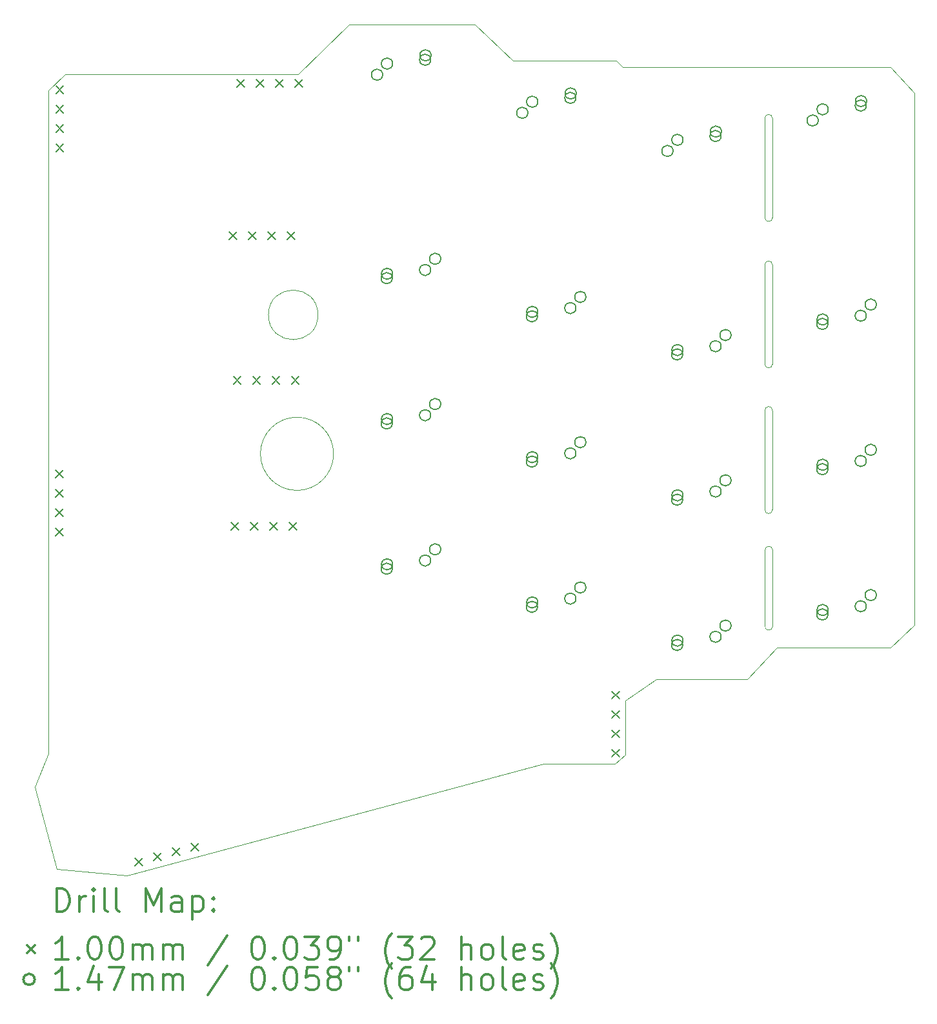
<source format=gbr>
%FSLAX45Y45*%
G04 Gerber Fmt 4.5, Leading zero omitted, Abs format (unit mm)*
G04 Created by KiCad (PCBNEW (5.1.4)-1) date 2023-05-19 08:48:04*
%MOMM*%
%LPD*%
G04 APERTURE LIST*
%ADD10C,0.050000*%
%ADD11C,0.200000*%
%ADD12C,0.300000*%
G04 APERTURE END LIST*
D10*
X24648000Y-50298000D02*
X24648000Y-51600000D01*
X24648000Y-51600000D02*
G75*
G02X24548000Y-51600000I-50000J0D01*
G01*
X24548000Y-50298000D02*
G75*
G02X24648000Y-50298000I50000J0D01*
G01*
X24548000Y-50298000D02*
X24548000Y-51600000D01*
X24648000Y-52218000D02*
X24648000Y-53520000D01*
X24648000Y-53520000D02*
G75*
G02X24548000Y-53520000I-50000J0D01*
G01*
X24548000Y-52218000D02*
G75*
G02X24648000Y-52218000I50000J0D01*
G01*
X24548000Y-52218000D02*
X24548000Y-53520000D01*
X24648000Y-54128000D02*
X24648000Y-55430000D01*
X24548000Y-54128000D02*
G75*
G02X24648000Y-54128000I50000J0D01*
G01*
X24648000Y-55430000D02*
G75*
G02X24548000Y-55430000I-50000J0D01*
G01*
X24548000Y-54128000D02*
X24548000Y-55430000D01*
X24550000Y-55960000D02*
G75*
G02X24650000Y-55960000I50000J0D01*
G01*
X24650000Y-56960000D02*
G75*
G02X24550000Y-56960000I-50000J0D01*
G01*
X24650000Y-55960000D02*
X24650000Y-56960000D01*
X24550000Y-55960000D02*
X24550000Y-56960000D01*
X15150249Y-58623435D02*
X15152190Y-49930639D01*
X26511202Y-49966032D02*
X26511202Y-56941032D01*
X22721202Y-57931032D02*
X23121202Y-57656032D01*
X24731202Y-57241032D02*
X24911202Y-57241032D01*
X22861202Y-49626032D02*
X22681202Y-49626032D01*
X18890000Y-54697000D02*
G75*
G03X18890000Y-54697000I-480000J0D01*
G01*
X18685000Y-52875000D02*
G75*
G03X18685000Y-52875000I-325000J0D01*
G01*
X21641203Y-58761032D02*
X16180391Y-60230918D01*
X22721202Y-58641032D02*
X22721202Y-57931032D01*
X19091203Y-49066032D02*
X18421203Y-49716032D01*
X24316202Y-57656032D02*
X23121202Y-57656032D01*
X21241203Y-49541032D02*
X20746203Y-49066032D01*
X22596202Y-49541032D02*
X22681202Y-49626032D01*
X26201202Y-49626032D02*
X26511202Y-49966032D01*
X24911202Y-57241032D02*
X26201202Y-57241032D01*
X19091203Y-49066032D02*
X20746203Y-49066032D01*
X26201202Y-49626032D02*
X22861202Y-49626032D01*
X21661203Y-58761032D02*
X22581202Y-58761032D01*
X24316202Y-57656032D02*
X24711202Y-57241032D01*
X21661203Y-58761032D02*
X21641203Y-58761032D01*
X22721202Y-58641032D02*
X22581202Y-58761032D01*
X21241203Y-49541032D02*
X22596202Y-49541032D01*
X18421203Y-49716032D02*
X15371203Y-49716032D01*
X26511202Y-56941032D02*
X26201202Y-57241032D01*
X15152190Y-49930639D02*
X15371203Y-49716032D01*
X24731202Y-57241032D02*
X24711202Y-57241032D01*
X15258251Y-60144663D02*
X16180391Y-60230918D01*
X15150249Y-58623435D02*
X14970438Y-59068483D01*
X15258251Y-60144663D02*
X14970438Y-59068483D01*
D11*
X17621203Y-49786032D02*
X17721203Y-49886032D01*
X17721203Y-49786032D02*
X17621203Y-49886032D01*
X17875203Y-49786032D02*
X17975203Y-49886032D01*
X17975203Y-49786032D02*
X17875203Y-49886032D01*
X18129203Y-49786032D02*
X18229203Y-49886032D01*
X18229203Y-49786032D02*
X18129203Y-49886032D01*
X18383203Y-49786032D02*
X18483203Y-49886032D01*
X18483203Y-49786032D02*
X18383203Y-49886032D01*
X15241202Y-54911028D02*
X15341202Y-55011028D01*
X15341202Y-54911028D02*
X15241202Y-55011028D01*
X15241202Y-55165028D02*
X15341202Y-55265028D01*
X15341202Y-55165028D02*
X15241202Y-55265028D01*
X15241202Y-55419028D02*
X15341202Y-55519028D01*
X15341202Y-55419028D02*
X15241202Y-55519028D01*
X15241202Y-55673028D02*
X15341202Y-55773028D01*
X15341202Y-55673028D02*
X15241202Y-55773028D01*
X15245873Y-49876079D02*
X15345873Y-49976079D01*
X15345873Y-49876079D02*
X15245873Y-49976079D01*
X15245873Y-50130079D02*
X15345873Y-50230079D01*
X15345873Y-50130079D02*
X15245873Y-50230079D01*
X15245873Y-50384079D02*
X15345873Y-50484079D01*
X15345873Y-50384079D02*
X15245873Y-50484079D01*
X15245873Y-50638079D02*
X15345873Y-50738079D01*
X15345873Y-50638079D02*
X15245873Y-50738079D01*
X17543672Y-55595785D02*
X17643672Y-55695785D01*
X17643672Y-55595785D02*
X17543672Y-55695785D01*
X17797672Y-55595785D02*
X17897672Y-55695785D01*
X17897672Y-55595785D02*
X17797672Y-55695785D01*
X18051672Y-55595785D02*
X18151672Y-55695785D01*
X18151672Y-55595785D02*
X18051672Y-55695785D01*
X18305672Y-55595785D02*
X18405672Y-55695785D01*
X18405672Y-55595785D02*
X18305672Y-55695785D01*
X22541202Y-57811032D02*
X22641202Y-57911032D01*
X22641202Y-57811032D02*
X22541202Y-57911032D01*
X22541202Y-58065032D02*
X22641202Y-58165032D01*
X22641202Y-58065032D02*
X22541202Y-58165032D01*
X22541202Y-58319032D02*
X22641202Y-58419032D01*
X22641202Y-58319032D02*
X22541202Y-58419032D01*
X22541202Y-58573032D02*
X22641202Y-58673032D01*
X22641202Y-58573032D02*
X22541202Y-58673032D01*
X17521203Y-51786032D02*
X17621203Y-51886032D01*
X17621203Y-51786032D02*
X17521203Y-51886032D01*
X17775203Y-51786032D02*
X17875203Y-51886032D01*
X17875203Y-51786032D02*
X17775203Y-51886032D01*
X18029203Y-51786032D02*
X18129203Y-51886032D01*
X18129203Y-51786032D02*
X18029203Y-51886032D01*
X18283203Y-51786032D02*
X18383203Y-51886032D01*
X18383203Y-51786032D02*
X18283203Y-51886032D01*
X17573901Y-53684201D02*
X17673901Y-53784201D01*
X17673901Y-53684201D02*
X17573901Y-53784201D01*
X17827901Y-53684201D02*
X17927901Y-53784201D01*
X17927901Y-53684201D02*
X17827901Y-53784201D01*
X18081901Y-53684201D02*
X18181901Y-53784201D01*
X18181901Y-53684201D02*
X18081901Y-53784201D01*
X18335901Y-53684201D02*
X18435901Y-53784201D01*
X18435901Y-53684201D02*
X18335901Y-53784201D01*
X16285167Y-59998252D02*
X16385167Y-60098252D01*
X16385167Y-59998252D02*
X16285167Y-60098252D01*
X16530512Y-59932512D02*
X16630512Y-60032512D01*
X16630512Y-59932512D02*
X16530512Y-60032512D01*
X16775857Y-59866772D02*
X16875857Y-59966772D01*
X16875857Y-59866772D02*
X16775857Y-59966772D01*
X17021203Y-59801032D02*
X17121203Y-59901032D01*
X17121203Y-59801032D02*
X17021203Y-59901032D01*
X25375702Y-56804032D02*
G75*
G03X25375702Y-56804032I-73500J0D01*
G01*
X25379702Y-56746032D02*
G75*
G03X25379702Y-56746032I-73500J0D01*
G01*
X25879702Y-56696032D02*
G75*
G03X25879702Y-56696032I-73500J0D01*
G01*
X26010702Y-56550032D02*
G75*
G03X26010702Y-56550032I-73500J0D01*
G01*
X23470702Y-53394032D02*
G75*
G03X23470702Y-53394032I-73500J0D01*
G01*
X23474702Y-53336032D02*
G75*
G03X23474702Y-53336032I-73500J0D01*
G01*
X23974702Y-53286032D02*
G75*
G03X23974702Y-53286032I-73500J0D01*
G01*
X24105702Y-53140032D02*
G75*
G03X24105702Y-53140032I-73500J0D01*
G01*
X25375702Y-54899032D02*
G75*
G03X25375702Y-54899032I-73500J0D01*
G01*
X25379702Y-54841032D02*
G75*
G03X25379702Y-54841032I-73500J0D01*
G01*
X25879702Y-54791032D02*
G75*
G03X25879702Y-54791032I-73500J0D01*
G01*
X26010702Y-54645032D02*
G75*
G03X26010702Y-54645032I-73500J0D01*
G01*
X19660703Y-52394032D02*
G75*
G03X19660703Y-52394032I-73500J0D01*
G01*
X19664703Y-52336032D02*
G75*
G03X19664703Y-52336032I-73500J0D01*
G01*
X20164703Y-52286032D02*
G75*
G03X20164703Y-52286032I-73500J0D01*
G01*
X20295703Y-52140032D02*
G75*
G03X20295703Y-52140032I-73500J0D01*
G01*
X19533703Y-49726000D02*
G75*
G03X19533703Y-49726000I-73500J0D01*
G01*
X19664703Y-49580000D02*
G75*
G03X19664703Y-49580000I-73500J0D01*
G01*
X20164703Y-49530000D02*
G75*
G03X20164703Y-49530000I-73500J0D01*
G01*
X20168703Y-49472000D02*
G75*
G03X20168703Y-49472000I-73500J0D01*
G01*
X23343702Y-50726000D02*
G75*
G03X23343702Y-50726000I-73500J0D01*
G01*
X23474702Y-50580000D02*
G75*
G03X23474702Y-50580000I-73500J0D01*
G01*
X23974702Y-50530000D02*
G75*
G03X23974702Y-50530000I-73500J0D01*
G01*
X23978702Y-50472000D02*
G75*
G03X23978702Y-50472000I-73500J0D01*
G01*
X25375702Y-52994032D02*
G75*
G03X25375702Y-52994032I-73500J0D01*
G01*
X25379702Y-52936032D02*
G75*
G03X25379702Y-52936032I-73500J0D01*
G01*
X25879702Y-52886032D02*
G75*
G03X25879702Y-52886032I-73500J0D01*
G01*
X26010702Y-52740032D02*
G75*
G03X26010702Y-52740032I-73500J0D01*
G01*
X21565703Y-56704032D02*
G75*
G03X21565703Y-56704032I-73500J0D01*
G01*
X21569703Y-56646032D02*
G75*
G03X21569703Y-56646032I-73500J0D01*
G01*
X22069703Y-56596032D02*
G75*
G03X22069703Y-56596032I-73500J0D01*
G01*
X22200703Y-56450032D02*
G75*
G03X22200703Y-56450032I-73500J0D01*
G01*
X25248702Y-50326000D02*
G75*
G03X25248702Y-50326000I-73500J0D01*
G01*
X25379702Y-50180000D02*
G75*
G03X25379702Y-50180000I-73500J0D01*
G01*
X25879702Y-50130000D02*
G75*
G03X25879702Y-50130000I-73500J0D01*
G01*
X25883702Y-50072000D02*
G75*
G03X25883702Y-50072000I-73500J0D01*
G01*
X19660703Y-56204032D02*
G75*
G03X19660703Y-56204032I-73500J0D01*
G01*
X19664703Y-56146032D02*
G75*
G03X19664703Y-56146032I-73500J0D01*
G01*
X20164703Y-56096032D02*
G75*
G03X20164703Y-56096032I-73500J0D01*
G01*
X20295703Y-55950032D02*
G75*
G03X20295703Y-55950032I-73500J0D01*
G01*
X21565703Y-54799032D02*
G75*
G03X21565703Y-54799032I-73500J0D01*
G01*
X21569703Y-54741032D02*
G75*
G03X21569703Y-54741032I-73500J0D01*
G01*
X22069703Y-54691032D02*
G75*
G03X22069703Y-54691032I-73500J0D01*
G01*
X22200703Y-54545032D02*
G75*
G03X22200703Y-54545032I-73500J0D01*
G01*
X23470703Y-55299032D02*
G75*
G03X23470703Y-55299032I-73500J0D01*
G01*
X23474703Y-55241032D02*
G75*
G03X23474703Y-55241032I-73500J0D01*
G01*
X23974703Y-55191032D02*
G75*
G03X23974703Y-55191032I-73500J0D01*
G01*
X24105703Y-55045032D02*
G75*
G03X24105703Y-55045032I-73500J0D01*
G01*
X21438703Y-50226000D02*
G75*
G03X21438703Y-50226000I-73500J0D01*
G01*
X21569703Y-50080000D02*
G75*
G03X21569703Y-50080000I-73500J0D01*
G01*
X22069703Y-50030000D02*
G75*
G03X22069703Y-50030000I-73500J0D01*
G01*
X22073703Y-49972000D02*
G75*
G03X22073703Y-49972000I-73500J0D01*
G01*
X21565703Y-52894032D02*
G75*
G03X21565703Y-52894032I-73500J0D01*
G01*
X21569703Y-52836032D02*
G75*
G03X21569703Y-52836032I-73500J0D01*
G01*
X22069703Y-52786032D02*
G75*
G03X22069703Y-52786032I-73500J0D01*
G01*
X22200703Y-52640032D02*
G75*
G03X22200703Y-52640032I-73500J0D01*
G01*
X19660703Y-54299032D02*
G75*
G03X19660703Y-54299032I-73500J0D01*
G01*
X19664703Y-54241032D02*
G75*
G03X19664703Y-54241032I-73500J0D01*
G01*
X20164703Y-54191032D02*
G75*
G03X20164703Y-54191032I-73500J0D01*
G01*
X20295703Y-54045032D02*
G75*
G03X20295703Y-54045032I-73500J0D01*
G01*
X23470702Y-57204032D02*
G75*
G03X23470702Y-57204032I-73500J0D01*
G01*
X23474702Y-57146032D02*
G75*
G03X23474702Y-57146032I-73500J0D01*
G01*
X23974702Y-57096032D02*
G75*
G03X23974702Y-57096032I-73500J0D01*
G01*
X24105702Y-56950032D02*
G75*
G03X24105702Y-56950032I-73500J0D01*
G01*
D12*
X15254366Y-60699133D02*
X15254366Y-60399133D01*
X15325795Y-60399133D01*
X15368652Y-60413419D01*
X15397223Y-60441990D01*
X15411509Y-60470561D01*
X15425795Y-60527704D01*
X15425795Y-60570561D01*
X15411509Y-60627704D01*
X15397223Y-60656276D01*
X15368652Y-60684847D01*
X15325795Y-60699133D01*
X15254366Y-60699133D01*
X15554366Y-60699133D02*
X15554366Y-60499133D01*
X15554366Y-60556276D02*
X15568652Y-60527704D01*
X15582938Y-60513419D01*
X15611509Y-60499133D01*
X15640080Y-60499133D01*
X15740080Y-60699133D02*
X15740080Y-60499133D01*
X15740080Y-60399133D02*
X15725795Y-60413419D01*
X15740080Y-60427704D01*
X15754366Y-60413419D01*
X15740080Y-60399133D01*
X15740080Y-60427704D01*
X15925795Y-60699133D02*
X15897223Y-60684847D01*
X15882938Y-60656276D01*
X15882938Y-60399133D01*
X16082938Y-60699133D02*
X16054366Y-60684847D01*
X16040080Y-60656276D01*
X16040080Y-60399133D01*
X16425795Y-60699133D02*
X16425795Y-60399133D01*
X16525795Y-60613419D01*
X16625795Y-60399133D01*
X16625795Y-60699133D01*
X16897223Y-60699133D02*
X16897223Y-60541990D01*
X16882938Y-60513419D01*
X16854366Y-60499133D01*
X16797223Y-60499133D01*
X16768652Y-60513419D01*
X16897223Y-60684847D02*
X16868652Y-60699133D01*
X16797223Y-60699133D01*
X16768652Y-60684847D01*
X16754366Y-60656276D01*
X16754366Y-60627704D01*
X16768652Y-60599133D01*
X16797223Y-60584847D01*
X16868652Y-60584847D01*
X16897223Y-60570561D01*
X17040081Y-60499133D02*
X17040081Y-60799133D01*
X17040081Y-60513419D02*
X17068652Y-60499133D01*
X17125795Y-60499133D01*
X17154366Y-60513419D01*
X17168652Y-60527704D01*
X17182938Y-60556276D01*
X17182938Y-60641990D01*
X17168652Y-60670561D01*
X17154366Y-60684847D01*
X17125795Y-60699133D01*
X17068652Y-60699133D01*
X17040081Y-60684847D01*
X17311509Y-60670561D02*
X17325795Y-60684847D01*
X17311509Y-60699133D01*
X17297223Y-60684847D01*
X17311509Y-60670561D01*
X17311509Y-60699133D01*
X17311509Y-60513419D02*
X17325795Y-60527704D01*
X17311509Y-60541990D01*
X17297223Y-60527704D01*
X17311509Y-60513419D01*
X17311509Y-60541990D01*
X14867938Y-61143419D02*
X14967938Y-61243419D01*
X14967938Y-61143419D02*
X14867938Y-61243419D01*
X15411509Y-61329133D02*
X15240080Y-61329133D01*
X15325795Y-61329133D02*
X15325795Y-61029133D01*
X15297223Y-61071990D01*
X15268652Y-61100561D01*
X15240080Y-61114847D01*
X15540080Y-61300561D02*
X15554366Y-61314847D01*
X15540080Y-61329133D01*
X15525795Y-61314847D01*
X15540080Y-61300561D01*
X15540080Y-61329133D01*
X15740080Y-61029133D02*
X15768652Y-61029133D01*
X15797223Y-61043419D01*
X15811509Y-61057704D01*
X15825795Y-61086276D01*
X15840080Y-61143419D01*
X15840080Y-61214847D01*
X15825795Y-61271990D01*
X15811509Y-61300561D01*
X15797223Y-61314847D01*
X15768652Y-61329133D01*
X15740080Y-61329133D01*
X15711509Y-61314847D01*
X15697223Y-61300561D01*
X15682938Y-61271990D01*
X15668652Y-61214847D01*
X15668652Y-61143419D01*
X15682938Y-61086276D01*
X15697223Y-61057704D01*
X15711509Y-61043419D01*
X15740080Y-61029133D01*
X16025795Y-61029133D02*
X16054366Y-61029133D01*
X16082938Y-61043419D01*
X16097223Y-61057704D01*
X16111509Y-61086276D01*
X16125795Y-61143419D01*
X16125795Y-61214847D01*
X16111509Y-61271990D01*
X16097223Y-61300561D01*
X16082938Y-61314847D01*
X16054366Y-61329133D01*
X16025795Y-61329133D01*
X15997223Y-61314847D01*
X15982938Y-61300561D01*
X15968652Y-61271990D01*
X15954366Y-61214847D01*
X15954366Y-61143419D01*
X15968652Y-61086276D01*
X15982938Y-61057704D01*
X15997223Y-61043419D01*
X16025795Y-61029133D01*
X16254366Y-61329133D02*
X16254366Y-61129133D01*
X16254366Y-61157704D02*
X16268652Y-61143419D01*
X16297223Y-61129133D01*
X16340080Y-61129133D01*
X16368652Y-61143419D01*
X16382938Y-61171990D01*
X16382938Y-61329133D01*
X16382938Y-61171990D02*
X16397223Y-61143419D01*
X16425795Y-61129133D01*
X16468652Y-61129133D01*
X16497223Y-61143419D01*
X16511509Y-61171990D01*
X16511509Y-61329133D01*
X16654366Y-61329133D02*
X16654366Y-61129133D01*
X16654366Y-61157704D02*
X16668652Y-61143419D01*
X16697223Y-61129133D01*
X16740080Y-61129133D01*
X16768652Y-61143419D01*
X16782938Y-61171990D01*
X16782938Y-61329133D01*
X16782938Y-61171990D02*
X16797223Y-61143419D01*
X16825795Y-61129133D01*
X16868652Y-61129133D01*
X16897223Y-61143419D01*
X16911509Y-61171990D01*
X16911509Y-61329133D01*
X17497223Y-61014847D02*
X17240081Y-61400561D01*
X17882938Y-61029133D02*
X17911509Y-61029133D01*
X17940081Y-61043419D01*
X17954366Y-61057704D01*
X17968652Y-61086276D01*
X17982938Y-61143419D01*
X17982938Y-61214847D01*
X17968652Y-61271990D01*
X17954366Y-61300561D01*
X17940081Y-61314847D01*
X17911509Y-61329133D01*
X17882938Y-61329133D01*
X17854366Y-61314847D01*
X17840081Y-61300561D01*
X17825795Y-61271990D01*
X17811509Y-61214847D01*
X17811509Y-61143419D01*
X17825795Y-61086276D01*
X17840081Y-61057704D01*
X17854366Y-61043419D01*
X17882938Y-61029133D01*
X18111509Y-61300561D02*
X18125795Y-61314847D01*
X18111509Y-61329133D01*
X18097223Y-61314847D01*
X18111509Y-61300561D01*
X18111509Y-61329133D01*
X18311509Y-61029133D02*
X18340081Y-61029133D01*
X18368652Y-61043419D01*
X18382938Y-61057704D01*
X18397223Y-61086276D01*
X18411509Y-61143419D01*
X18411509Y-61214847D01*
X18397223Y-61271990D01*
X18382938Y-61300561D01*
X18368652Y-61314847D01*
X18340081Y-61329133D01*
X18311509Y-61329133D01*
X18282938Y-61314847D01*
X18268652Y-61300561D01*
X18254366Y-61271990D01*
X18240081Y-61214847D01*
X18240081Y-61143419D01*
X18254366Y-61086276D01*
X18268652Y-61057704D01*
X18282938Y-61043419D01*
X18311509Y-61029133D01*
X18511509Y-61029133D02*
X18697223Y-61029133D01*
X18597223Y-61143419D01*
X18640081Y-61143419D01*
X18668652Y-61157704D01*
X18682938Y-61171990D01*
X18697223Y-61200561D01*
X18697223Y-61271990D01*
X18682938Y-61300561D01*
X18668652Y-61314847D01*
X18640081Y-61329133D01*
X18554366Y-61329133D01*
X18525795Y-61314847D01*
X18511509Y-61300561D01*
X18840081Y-61329133D02*
X18897223Y-61329133D01*
X18925795Y-61314847D01*
X18940081Y-61300561D01*
X18968652Y-61257704D01*
X18982938Y-61200561D01*
X18982938Y-61086276D01*
X18968652Y-61057704D01*
X18954366Y-61043419D01*
X18925795Y-61029133D01*
X18868652Y-61029133D01*
X18840081Y-61043419D01*
X18825795Y-61057704D01*
X18811509Y-61086276D01*
X18811509Y-61157704D01*
X18825795Y-61186276D01*
X18840081Y-61200561D01*
X18868652Y-61214847D01*
X18925795Y-61214847D01*
X18954366Y-61200561D01*
X18968652Y-61186276D01*
X18982938Y-61157704D01*
X19097223Y-61029133D02*
X19097223Y-61086276D01*
X19211509Y-61029133D02*
X19211509Y-61086276D01*
X19654366Y-61443419D02*
X19640081Y-61429133D01*
X19611509Y-61386276D01*
X19597223Y-61357704D01*
X19582938Y-61314847D01*
X19568652Y-61243419D01*
X19568652Y-61186276D01*
X19582938Y-61114847D01*
X19597223Y-61071990D01*
X19611509Y-61043419D01*
X19640081Y-61000561D01*
X19654366Y-60986276D01*
X19740081Y-61029133D02*
X19925795Y-61029133D01*
X19825795Y-61143419D01*
X19868652Y-61143419D01*
X19897223Y-61157704D01*
X19911509Y-61171990D01*
X19925795Y-61200561D01*
X19925795Y-61271990D01*
X19911509Y-61300561D01*
X19897223Y-61314847D01*
X19868652Y-61329133D01*
X19782938Y-61329133D01*
X19754366Y-61314847D01*
X19740081Y-61300561D01*
X20040081Y-61057704D02*
X20054366Y-61043419D01*
X20082938Y-61029133D01*
X20154366Y-61029133D01*
X20182938Y-61043419D01*
X20197223Y-61057704D01*
X20211509Y-61086276D01*
X20211509Y-61114847D01*
X20197223Y-61157704D01*
X20025795Y-61329133D01*
X20211509Y-61329133D01*
X20568652Y-61329133D02*
X20568652Y-61029133D01*
X20697223Y-61329133D02*
X20697223Y-61171990D01*
X20682938Y-61143419D01*
X20654366Y-61129133D01*
X20611509Y-61129133D01*
X20582938Y-61143419D01*
X20568652Y-61157704D01*
X20882938Y-61329133D02*
X20854366Y-61314847D01*
X20840081Y-61300561D01*
X20825795Y-61271990D01*
X20825795Y-61186276D01*
X20840081Y-61157704D01*
X20854366Y-61143419D01*
X20882938Y-61129133D01*
X20925795Y-61129133D01*
X20954366Y-61143419D01*
X20968652Y-61157704D01*
X20982938Y-61186276D01*
X20982938Y-61271990D01*
X20968652Y-61300561D01*
X20954366Y-61314847D01*
X20925795Y-61329133D01*
X20882938Y-61329133D01*
X21154366Y-61329133D02*
X21125795Y-61314847D01*
X21111509Y-61286276D01*
X21111509Y-61029133D01*
X21382938Y-61314847D02*
X21354366Y-61329133D01*
X21297223Y-61329133D01*
X21268652Y-61314847D01*
X21254366Y-61286276D01*
X21254366Y-61171990D01*
X21268652Y-61143419D01*
X21297223Y-61129133D01*
X21354366Y-61129133D01*
X21382938Y-61143419D01*
X21397223Y-61171990D01*
X21397223Y-61200561D01*
X21254366Y-61229133D01*
X21511509Y-61314847D02*
X21540081Y-61329133D01*
X21597223Y-61329133D01*
X21625795Y-61314847D01*
X21640081Y-61286276D01*
X21640081Y-61271990D01*
X21625795Y-61243419D01*
X21597223Y-61229133D01*
X21554366Y-61229133D01*
X21525795Y-61214847D01*
X21511509Y-61186276D01*
X21511509Y-61171990D01*
X21525795Y-61143419D01*
X21554366Y-61129133D01*
X21597223Y-61129133D01*
X21625795Y-61143419D01*
X21740081Y-61443419D02*
X21754366Y-61429133D01*
X21782938Y-61386276D01*
X21797223Y-61357704D01*
X21811509Y-61314847D01*
X21825795Y-61243419D01*
X21825795Y-61186276D01*
X21811509Y-61114847D01*
X21797223Y-61071990D01*
X21782938Y-61043419D01*
X21754366Y-61000561D01*
X21740081Y-60986276D01*
X14967938Y-61589419D02*
G75*
G03X14967938Y-61589419I-73500J0D01*
G01*
X15411509Y-61725133D02*
X15240080Y-61725133D01*
X15325795Y-61725133D02*
X15325795Y-61425133D01*
X15297223Y-61467990D01*
X15268652Y-61496561D01*
X15240080Y-61510847D01*
X15540080Y-61696561D02*
X15554366Y-61710847D01*
X15540080Y-61725133D01*
X15525795Y-61710847D01*
X15540080Y-61696561D01*
X15540080Y-61725133D01*
X15811509Y-61525133D02*
X15811509Y-61725133D01*
X15740080Y-61410847D02*
X15668652Y-61625133D01*
X15854366Y-61625133D01*
X15940080Y-61425133D02*
X16140080Y-61425133D01*
X16011509Y-61725133D01*
X16254366Y-61725133D02*
X16254366Y-61525133D01*
X16254366Y-61553704D02*
X16268652Y-61539419D01*
X16297223Y-61525133D01*
X16340080Y-61525133D01*
X16368652Y-61539419D01*
X16382938Y-61567990D01*
X16382938Y-61725133D01*
X16382938Y-61567990D02*
X16397223Y-61539419D01*
X16425795Y-61525133D01*
X16468652Y-61525133D01*
X16497223Y-61539419D01*
X16511509Y-61567990D01*
X16511509Y-61725133D01*
X16654366Y-61725133D02*
X16654366Y-61525133D01*
X16654366Y-61553704D02*
X16668652Y-61539419D01*
X16697223Y-61525133D01*
X16740080Y-61525133D01*
X16768652Y-61539419D01*
X16782938Y-61567990D01*
X16782938Y-61725133D01*
X16782938Y-61567990D02*
X16797223Y-61539419D01*
X16825795Y-61525133D01*
X16868652Y-61525133D01*
X16897223Y-61539419D01*
X16911509Y-61567990D01*
X16911509Y-61725133D01*
X17497223Y-61410847D02*
X17240081Y-61796561D01*
X17882938Y-61425133D02*
X17911509Y-61425133D01*
X17940081Y-61439419D01*
X17954366Y-61453704D01*
X17968652Y-61482276D01*
X17982938Y-61539419D01*
X17982938Y-61610847D01*
X17968652Y-61667990D01*
X17954366Y-61696561D01*
X17940081Y-61710847D01*
X17911509Y-61725133D01*
X17882938Y-61725133D01*
X17854366Y-61710847D01*
X17840081Y-61696561D01*
X17825795Y-61667990D01*
X17811509Y-61610847D01*
X17811509Y-61539419D01*
X17825795Y-61482276D01*
X17840081Y-61453704D01*
X17854366Y-61439419D01*
X17882938Y-61425133D01*
X18111509Y-61696561D02*
X18125795Y-61710847D01*
X18111509Y-61725133D01*
X18097223Y-61710847D01*
X18111509Y-61696561D01*
X18111509Y-61725133D01*
X18311509Y-61425133D02*
X18340081Y-61425133D01*
X18368652Y-61439419D01*
X18382938Y-61453704D01*
X18397223Y-61482276D01*
X18411509Y-61539419D01*
X18411509Y-61610847D01*
X18397223Y-61667990D01*
X18382938Y-61696561D01*
X18368652Y-61710847D01*
X18340081Y-61725133D01*
X18311509Y-61725133D01*
X18282938Y-61710847D01*
X18268652Y-61696561D01*
X18254366Y-61667990D01*
X18240081Y-61610847D01*
X18240081Y-61539419D01*
X18254366Y-61482276D01*
X18268652Y-61453704D01*
X18282938Y-61439419D01*
X18311509Y-61425133D01*
X18682938Y-61425133D02*
X18540081Y-61425133D01*
X18525795Y-61567990D01*
X18540081Y-61553704D01*
X18568652Y-61539419D01*
X18640081Y-61539419D01*
X18668652Y-61553704D01*
X18682938Y-61567990D01*
X18697223Y-61596561D01*
X18697223Y-61667990D01*
X18682938Y-61696561D01*
X18668652Y-61710847D01*
X18640081Y-61725133D01*
X18568652Y-61725133D01*
X18540081Y-61710847D01*
X18525795Y-61696561D01*
X18868652Y-61553704D02*
X18840081Y-61539419D01*
X18825795Y-61525133D01*
X18811509Y-61496561D01*
X18811509Y-61482276D01*
X18825795Y-61453704D01*
X18840081Y-61439419D01*
X18868652Y-61425133D01*
X18925795Y-61425133D01*
X18954366Y-61439419D01*
X18968652Y-61453704D01*
X18982938Y-61482276D01*
X18982938Y-61496561D01*
X18968652Y-61525133D01*
X18954366Y-61539419D01*
X18925795Y-61553704D01*
X18868652Y-61553704D01*
X18840081Y-61567990D01*
X18825795Y-61582276D01*
X18811509Y-61610847D01*
X18811509Y-61667990D01*
X18825795Y-61696561D01*
X18840081Y-61710847D01*
X18868652Y-61725133D01*
X18925795Y-61725133D01*
X18954366Y-61710847D01*
X18968652Y-61696561D01*
X18982938Y-61667990D01*
X18982938Y-61610847D01*
X18968652Y-61582276D01*
X18954366Y-61567990D01*
X18925795Y-61553704D01*
X19097223Y-61425133D02*
X19097223Y-61482276D01*
X19211509Y-61425133D02*
X19211509Y-61482276D01*
X19654366Y-61839419D02*
X19640081Y-61825133D01*
X19611509Y-61782276D01*
X19597223Y-61753704D01*
X19582938Y-61710847D01*
X19568652Y-61639419D01*
X19568652Y-61582276D01*
X19582938Y-61510847D01*
X19597223Y-61467990D01*
X19611509Y-61439419D01*
X19640081Y-61396561D01*
X19654366Y-61382276D01*
X19897223Y-61425133D02*
X19840081Y-61425133D01*
X19811509Y-61439419D01*
X19797223Y-61453704D01*
X19768652Y-61496561D01*
X19754366Y-61553704D01*
X19754366Y-61667990D01*
X19768652Y-61696561D01*
X19782938Y-61710847D01*
X19811509Y-61725133D01*
X19868652Y-61725133D01*
X19897223Y-61710847D01*
X19911509Y-61696561D01*
X19925795Y-61667990D01*
X19925795Y-61596561D01*
X19911509Y-61567990D01*
X19897223Y-61553704D01*
X19868652Y-61539419D01*
X19811509Y-61539419D01*
X19782938Y-61553704D01*
X19768652Y-61567990D01*
X19754366Y-61596561D01*
X20182938Y-61525133D02*
X20182938Y-61725133D01*
X20111509Y-61410847D02*
X20040081Y-61625133D01*
X20225795Y-61625133D01*
X20568652Y-61725133D02*
X20568652Y-61425133D01*
X20697223Y-61725133D02*
X20697223Y-61567990D01*
X20682938Y-61539419D01*
X20654366Y-61525133D01*
X20611509Y-61525133D01*
X20582938Y-61539419D01*
X20568652Y-61553704D01*
X20882938Y-61725133D02*
X20854366Y-61710847D01*
X20840081Y-61696561D01*
X20825795Y-61667990D01*
X20825795Y-61582276D01*
X20840081Y-61553704D01*
X20854366Y-61539419D01*
X20882938Y-61525133D01*
X20925795Y-61525133D01*
X20954366Y-61539419D01*
X20968652Y-61553704D01*
X20982938Y-61582276D01*
X20982938Y-61667990D01*
X20968652Y-61696561D01*
X20954366Y-61710847D01*
X20925795Y-61725133D01*
X20882938Y-61725133D01*
X21154366Y-61725133D02*
X21125795Y-61710847D01*
X21111509Y-61682276D01*
X21111509Y-61425133D01*
X21382938Y-61710847D02*
X21354366Y-61725133D01*
X21297223Y-61725133D01*
X21268652Y-61710847D01*
X21254366Y-61682276D01*
X21254366Y-61567990D01*
X21268652Y-61539419D01*
X21297223Y-61525133D01*
X21354366Y-61525133D01*
X21382938Y-61539419D01*
X21397223Y-61567990D01*
X21397223Y-61596561D01*
X21254366Y-61625133D01*
X21511509Y-61710847D02*
X21540081Y-61725133D01*
X21597223Y-61725133D01*
X21625795Y-61710847D01*
X21640081Y-61682276D01*
X21640081Y-61667990D01*
X21625795Y-61639419D01*
X21597223Y-61625133D01*
X21554366Y-61625133D01*
X21525795Y-61610847D01*
X21511509Y-61582276D01*
X21511509Y-61567990D01*
X21525795Y-61539419D01*
X21554366Y-61525133D01*
X21597223Y-61525133D01*
X21625795Y-61539419D01*
X21740081Y-61839419D02*
X21754366Y-61825133D01*
X21782938Y-61782276D01*
X21797223Y-61753704D01*
X21811509Y-61710847D01*
X21825795Y-61639419D01*
X21825795Y-61582276D01*
X21811509Y-61510847D01*
X21797223Y-61467990D01*
X21782938Y-61439419D01*
X21754366Y-61396561D01*
X21740081Y-61382276D01*
M02*

</source>
